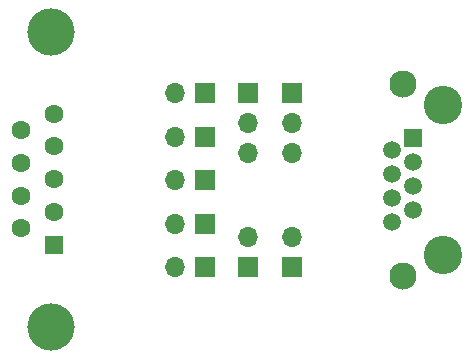
<source format=gbr>
%TF.GenerationSoftware,KiCad,Pcbnew,(5.1.10-1-10_14)*%
%TF.CreationDate,2021-07-19T20:00:40-07:00*%
%TF.ProjectId,XDS-Analog-to-StudioHub,5844532d-416e-4616-9c6f-672d746f2d53,rev?*%
%TF.SameCoordinates,Original*%
%TF.FileFunction,Soldermask,Bot*%
%TF.FilePolarity,Negative*%
%FSLAX46Y46*%
G04 Gerber Fmt 4.6, Leading zero omitted, Abs format (unit mm)*
G04 Created by KiCad (PCBNEW (5.1.10-1-10_14)) date 2021-07-19 20:00:40*
%MOMM*%
%LPD*%
G01*
G04 APERTURE LIST*
%ADD10R,1.700000X1.700000*%
%ADD11O,1.700000X1.700000*%
%ADD12R,1.500000X1.500000*%
%ADD13C,1.500000*%
%ADD14C,3.250000*%
%ADD15C,2.300000*%
%ADD16R,1.600000X1.600000*%
%ADD17C,1.600000*%
%ADD18C,4.000000*%
G04 APERTURE END LIST*
D10*
%TO.C,JP11*%
X113665000Y-92080080D03*
D11*
X111125000Y-92080080D03*
%TD*%
D12*
%TO.C,J1*%
X131318000Y-92202000D03*
D13*
X131318000Y-94234000D03*
X131318000Y-96266000D03*
X131318000Y-98298000D03*
X129538000Y-93218000D03*
X129538000Y-95250000D03*
X129538000Y-97282000D03*
X129538000Y-99314000D03*
D14*
X133858000Y-89412000D03*
X133858000Y-102112000D03*
D15*
X130428000Y-103892000D03*
X130428000Y-87632000D03*
%TD*%
D10*
%TO.C,JP8*%
X113665000Y-103124000D03*
D11*
X111125000Y-103124000D03*
%TD*%
D16*
%TO.C,J2*%
X100929440Y-101213920D03*
D17*
X100929440Y-98443920D03*
X100929440Y-95673920D03*
X100929440Y-92903920D03*
X100929440Y-90133920D03*
X98089440Y-99828920D03*
X98089440Y-97058920D03*
X98089440Y-94288920D03*
X98089440Y-91518920D03*
D18*
X100629440Y-83173920D03*
X100629440Y-108173920D03*
%TD*%
D11*
%TO.C,JP5*%
X121031000Y-100584000D03*
D10*
X121031000Y-103124000D03*
%TD*%
D11*
%TO.C,JP6*%
X111125000Y-95758000D03*
D10*
X113665000Y-95758000D03*
%TD*%
%TO.C,JP7*%
X113665000Y-99441000D03*
D11*
X111125000Y-99441000D03*
%TD*%
D10*
%TO.C,JP9*%
X117348000Y-103124000D03*
D11*
X117348000Y-100584000D03*
%TD*%
%TO.C,JP10*%
X111125000Y-88419001D03*
D10*
X113665000Y-88419001D03*
%TD*%
%TO.C,R+*%
X121031000Y-88392000D03*
D11*
X121031000Y-90932000D03*
X121031000Y-93472000D03*
%TD*%
%TO.C,R-*%
X117348000Y-93472000D03*
X117348000Y-90932000D03*
D10*
X117348000Y-88392000D03*
%TD*%
M02*

</source>
